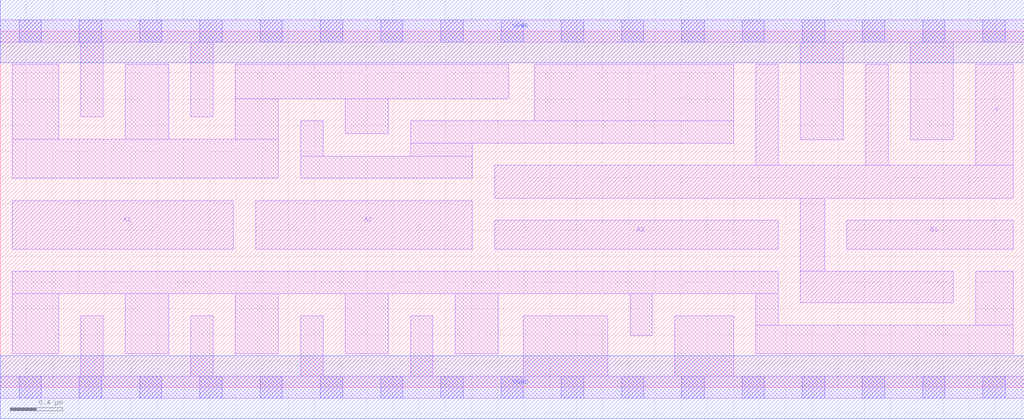
<source format=lef>
# Copyright 2020 The SkyWater PDK Authors
#
# Licensed under the Apache License, Version 2.0 (the "License");
# you may not use this file except in compliance with the License.
# You may obtain a copy of the License at
#
#     https://www.apache.org/licenses/LICENSE-2.0
#
# Unless required by applicable law or agreed to in writing, software
# distributed under the License is distributed on an "AS IS" BASIS,
# WITHOUT WARRANTIES OR CONDITIONS OF ANY KIND, either express or implied.
# See the License for the specific language governing permissions and
# limitations under the License.
#
# SPDX-License-Identifier: Apache-2.0

VERSION 5.7 ;
  NAMESCASESENSITIVE ON ;
  NOWIREEXTENSIONATPIN ON ;
  DIVIDERCHAR "/" ;
  BUSBITCHARS "[]" ;
UNITS
  DATABASE MICRONS 200 ;
END UNITS
MACRO sky130_fd_sc_hd__o31ai_4
  CLASS CORE ;
  SOURCE USER ;
  FOREIGN sky130_fd_sc_hd__o31ai_4 ;
  ORIGIN  0.000000  0.000000 ;
  SIZE  7.820000 BY  2.720000 ;
  SYMMETRY X Y R90 ;
  SITE unithd ;
  PIN A1
    ANTENNAGATEAREA  0.990000 ;
    DIRECTION INPUT ;
    USE SIGNAL ;
    PORT
      LAYER li1 ;
        RECT 0.090000 1.055000 1.780000 1.425000 ;
    END
  END A1
  PIN A2
    ANTENNAGATEAREA  0.990000 ;
    DIRECTION INPUT ;
    USE SIGNAL ;
    PORT
      LAYER li1 ;
        RECT 1.950000 1.055000 3.605000 1.425000 ;
    END
  END A2
  PIN A3
    ANTENNAGATEAREA  0.990000 ;
    DIRECTION INPUT ;
    USE SIGNAL ;
    PORT
      LAYER li1 ;
        RECT 3.775000 1.055000 5.940000 1.275000 ;
    END
  END A3
  PIN B1
    ANTENNAGATEAREA  0.990000 ;
    DIRECTION INPUT ;
    USE SIGNAL ;
    PORT
      LAYER li1 ;
        RECT 6.465000 1.055000 7.735000 1.275000 ;
    END
  END B1
  PIN Y
    ANTENNADIFFAREA  1.683800 ;
    DIRECTION OUTPUT ;
    USE SIGNAL ;
    PORT
      LAYER li1 ;
        RECT 3.775000 1.445000 7.735000 1.695000 ;
        RECT 5.770000 1.695000 5.940000 2.465000 ;
        RECT 6.110000 0.645000 7.280000 0.885000 ;
        RECT 6.110000 0.885000 6.295000 1.445000 ;
        RECT 6.610000 1.695000 6.780000 2.465000 ;
        RECT 7.450000 1.695000 7.735000 2.465000 ;
    END
  END Y
  PIN VGND
    DIRECTION INOUT ;
    SHAPE ABUTMENT ;
    USE GROUND ;
    PORT
      LAYER met1 ;
        RECT 0.000000 -0.240000 7.820000 0.240000 ;
    END
  END VGND
  PIN VPWR
    DIRECTION INOUT ;
    SHAPE ABUTMENT ;
    USE POWER ;
    PORT
      LAYER met1 ;
        RECT 0.000000 2.480000 7.820000 2.960000 ;
    END
  END VPWR
  OBS
    LAYER li1 ;
      RECT 0.000000 -0.085000 7.820000 0.085000 ;
      RECT 0.000000  2.635000 7.820000 2.805000 ;
      RECT 0.090000  0.255000 0.445000 0.715000 ;
      RECT 0.090000  0.715000 5.940000 0.885000 ;
      RECT 0.090000  1.595000 2.125000 1.895000 ;
      RECT 0.090000  1.895000 0.445000 2.465000 ;
      RECT 0.615000  0.085000 0.785000 0.545000 ;
      RECT 0.615000  2.065000 0.785000 2.635000 ;
      RECT 0.955000  0.255000 1.285000 0.715000 ;
      RECT 0.955000  1.895000 1.285000 2.465000 ;
      RECT 1.455000  0.085000 1.625000 0.545000 ;
      RECT 1.455000  2.065000 1.625000 2.635000 ;
      RECT 1.795000  0.255000 2.125000 0.715000 ;
      RECT 1.795000  1.895000 2.125000 2.205000 ;
      RECT 1.795000  2.205000 3.885000 2.465000 ;
      RECT 2.295000  0.085000 2.465000 0.545000 ;
      RECT 2.295000  1.595000 3.605000 1.765000 ;
      RECT 2.295000  1.765000 2.465000 2.035000 ;
      RECT 2.635000  0.255000 2.965000 0.715000 ;
      RECT 2.635000  1.935000 2.965000 2.205000 ;
      RECT 3.135000  0.085000 3.305000 0.545000 ;
      RECT 3.135000  1.765000 3.605000 1.865000 ;
      RECT 3.135000  1.865000 5.600000 2.035000 ;
      RECT 3.475000  0.255000 3.805000 0.715000 ;
      RECT 3.995000  0.085000 4.640000 0.545000 ;
      RECT 4.080000  2.035000 5.600000 2.465000 ;
      RECT 4.810000  0.395000 4.980000 0.715000 ;
      RECT 5.150000  0.085000 5.600000 0.545000 ;
      RECT 5.770000  0.255000 7.735000 0.475000 ;
      RECT 5.770000  0.475000 5.940000 0.715000 ;
      RECT 6.110000  1.890000 6.440000 2.635000 ;
      RECT 6.950000  1.890000 7.280000 2.635000 ;
      RECT 7.450000  0.475000 7.735000 0.885000 ;
    LAYER mcon ;
      RECT 0.145000 -0.085000 0.315000 0.085000 ;
      RECT 0.145000  2.635000 0.315000 2.805000 ;
      RECT 0.605000 -0.085000 0.775000 0.085000 ;
      RECT 0.605000  2.635000 0.775000 2.805000 ;
      RECT 1.065000 -0.085000 1.235000 0.085000 ;
      RECT 1.065000  2.635000 1.235000 2.805000 ;
      RECT 1.525000 -0.085000 1.695000 0.085000 ;
      RECT 1.525000  2.635000 1.695000 2.805000 ;
      RECT 1.985000 -0.085000 2.155000 0.085000 ;
      RECT 1.985000  2.635000 2.155000 2.805000 ;
      RECT 2.445000 -0.085000 2.615000 0.085000 ;
      RECT 2.445000  2.635000 2.615000 2.805000 ;
      RECT 2.905000 -0.085000 3.075000 0.085000 ;
      RECT 2.905000  2.635000 3.075000 2.805000 ;
      RECT 3.365000 -0.085000 3.535000 0.085000 ;
      RECT 3.365000  2.635000 3.535000 2.805000 ;
      RECT 3.825000 -0.085000 3.995000 0.085000 ;
      RECT 3.825000  2.635000 3.995000 2.805000 ;
      RECT 4.285000 -0.085000 4.455000 0.085000 ;
      RECT 4.285000  2.635000 4.455000 2.805000 ;
      RECT 4.745000 -0.085000 4.915000 0.085000 ;
      RECT 4.745000  2.635000 4.915000 2.805000 ;
      RECT 5.205000 -0.085000 5.375000 0.085000 ;
      RECT 5.205000  2.635000 5.375000 2.805000 ;
      RECT 5.665000 -0.085000 5.835000 0.085000 ;
      RECT 5.665000  2.635000 5.835000 2.805000 ;
      RECT 6.125000 -0.085000 6.295000 0.085000 ;
      RECT 6.125000  2.635000 6.295000 2.805000 ;
      RECT 6.585000 -0.085000 6.755000 0.085000 ;
      RECT 6.585000  2.635000 6.755000 2.805000 ;
      RECT 7.045000 -0.085000 7.215000 0.085000 ;
      RECT 7.045000  2.635000 7.215000 2.805000 ;
      RECT 7.505000 -0.085000 7.675000 0.085000 ;
      RECT 7.505000  2.635000 7.675000 2.805000 ;
  END
END sky130_fd_sc_hd__o31ai_4

</source>
